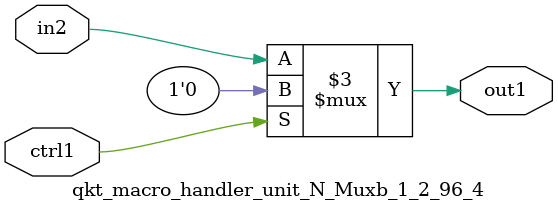
<source format=v>

`timescale 1ps / 1ps


module qkt_macro_handler_unit_N_Muxb_1_2_96_4( in2, ctrl1, out1 );

    input in2;
    input ctrl1;
    output out1;
    reg out1;

    
    // rtl_process:qkt_macro_handler_unit_N_Muxb_1_2_96_4/qkt_macro_handler_unit_N_Muxb_1_2_96_4_thread_1
    always @*
      begin : qkt_macro_handler_unit_N_Muxb_1_2_96_4_thread_1
        case (ctrl1) 
          1'b1: 
            begin
              out1 = 1'b0;
            end
          default: 
            begin
              out1 = in2;
            end
        endcase
      end

endmodule



</source>
